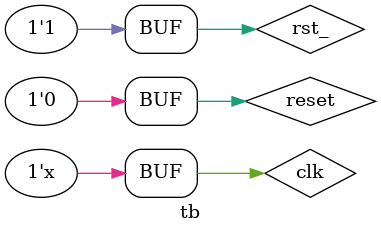
<source format=v>
`timescale 1ns / 1ps


module tb();

reg clk = 0;
reg reset;
reg rst_ = 1;


//outputs
wire [7:0] a_out[1:0];
wire [7:0] b_out[1:0];
//inputs
reg [7:0] a_in[1:0];
reg [7:0] b_in[1:0];
reg [7:0] weights[1:0];

always #5 clk = ~clk;

wire [14:0] bfly_index;
wire [14:0] bunch_index;


initial
begin
    reset =  1;
    #100
    reset  = 0;
end

ab_selector UUT (clk, reset, 1, 1, 4, 1, 1, bfly_index, bunch_index);

//complex_butterfly  UUT (clk, reset, a_in, b_in, weights, a_out, b_out);

endmodule

</source>
